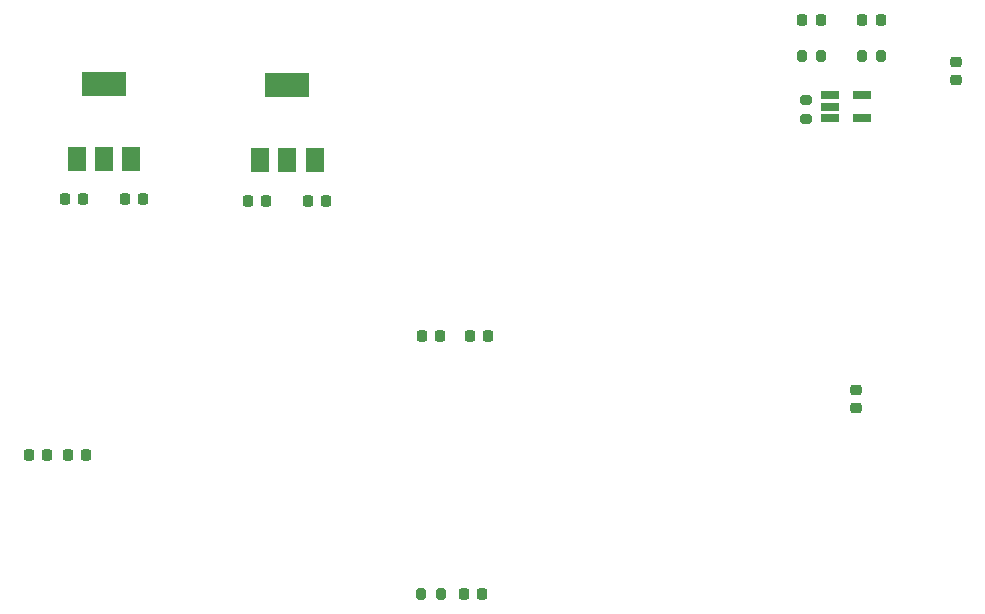
<source format=gtp>
G04 #@! TF.GenerationSoftware,KiCad,Pcbnew,(6.0.0)*
G04 #@! TF.CreationDate,2022-08-18T21:59:34-04:00*
G04 #@! TF.ProjectId,Atmega16 breakout,41746d65-6761-4313-9620-627265616b6f,rev?*
G04 #@! TF.SameCoordinates,Original*
G04 #@! TF.FileFunction,Paste,Top*
G04 #@! TF.FilePolarity,Positive*
%FSLAX46Y46*%
G04 Gerber Fmt 4.6, Leading zero omitted, Abs format (unit mm)*
G04 Created by KiCad (PCBNEW (6.0.0)) date 2022-08-18 21:59:34*
%MOMM*%
%LPD*%
G01*
G04 APERTURE LIST*
G04 Aperture macros list*
%AMRoundRect*
0 Rectangle with rounded corners*
0 $1 Rounding radius*
0 $2 $3 $4 $5 $6 $7 $8 $9 X,Y pos of 4 corners*
0 Add a 4 corners polygon primitive as box body*
4,1,4,$2,$3,$4,$5,$6,$7,$8,$9,$2,$3,0*
0 Add four circle primitives for the rounded corners*
1,1,$1+$1,$2,$3*
1,1,$1+$1,$4,$5*
1,1,$1+$1,$6,$7*
1,1,$1+$1,$8,$9*
0 Add four rect primitives between the rounded corners*
20,1,$1+$1,$2,$3,$4,$5,0*
20,1,$1+$1,$4,$5,$6,$7,0*
20,1,$1+$1,$6,$7,$8,$9,0*
20,1,$1+$1,$8,$9,$2,$3,0*%
G04 Aperture macros list end*
%ADD10RoundRect,0.225000X0.225000X0.250000X-0.225000X0.250000X-0.225000X-0.250000X0.225000X-0.250000X0*%
%ADD11RoundRect,0.200000X0.200000X0.275000X-0.200000X0.275000X-0.200000X-0.275000X0.200000X-0.275000X0*%
%ADD12RoundRect,0.200000X-0.200000X-0.275000X0.200000X-0.275000X0.200000X0.275000X-0.200000X0.275000X0*%
%ADD13RoundRect,0.225000X-0.225000X-0.250000X0.225000X-0.250000X0.225000X0.250000X-0.225000X0.250000X0*%
%ADD14RoundRect,0.225000X-0.250000X0.225000X-0.250000X-0.225000X0.250000X-0.225000X0.250000X0.225000X0*%
%ADD15R,1.500000X2.000000*%
%ADD16R,3.800000X2.000000*%
%ADD17RoundRect,0.225000X0.250000X-0.225000X0.250000X0.225000X-0.250000X0.225000X-0.250000X-0.225000X0*%
%ADD18R,1.560000X0.650000*%
%ADD19RoundRect,0.200000X-0.275000X0.200000X-0.275000X-0.200000X0.275000X-0.200000X0.275000X0.200000X0*%
%ADD20RoundRect,0.218750X-0.218750X-0.256250X0.218750X-0.256250X0.218750X0.256250X-0.218750X0.256250X0*%
G04 APERTURE END LIST*
D10*
X92220000Y-77983000D03*
X90670000Y-77983000D03*
X62028500Y-66446000D03*
X60478500Y-66446000D03*
D11*
X92270000Y-99827000D03*
X90620000Y-99827000D03*
D10*
X82603500Y-66548000D03*
X81053500Y-66548000D03*
X67108500Y-66446000D03*
X65558500Y-66446000D03*
D12*
X127948000Y-54260000D03*
X129598000Y-54260000D03*
D13*
X60706000Y-88059500D03*
X62256000Y-88059500D03*
D14*
X127482600Y-82537000D03*
X127482600Y-84087000D03*
D13*
X94734000Y-77983000D03*
X96284000Y-77983000D03*
D15*
X77001500Y-63094000D03*
D16*
X79301500Y-56794000D03*
D15*
X79301500Y-63094000D03*
X81601500Y-63094000D03*
D17*
X135890000Y-56318000D03*
X135890000Y-54768000D03*
D15*
X61493500Y-62992000D03*
X63793500Y-62992000D03*
D16*
X63793500Y-56692000D03*
D15*
X66093500Y-62992000D03*
D18*
X125213200Y-57628000D03*
X125213200Y-58578000D03*
X125213200Y-59528000D03*
X127913200Y-59528000D03*
X127913200Y-57628000D03*
D19*
X123185000Y-58007000D03*
X123185000Y-59657000D03*
D10*
X77523500Y-66548000D03*
X75973500Y-66548000D03*
X58954000Y-88059500D03*
X57404000Y-88059500D03*
X95776000Y-99827000D03*
X94226000Y-99827000D03*
D12*
X122868000Y-54260000D03*
X124518000Y-54260000D03*
D20*
X122905500Y-51212000D03*
X124480500Y-51212000D03*
X127985500Y-51212000D03*
X129560500Y-51212000D03*
M02*

</source>
